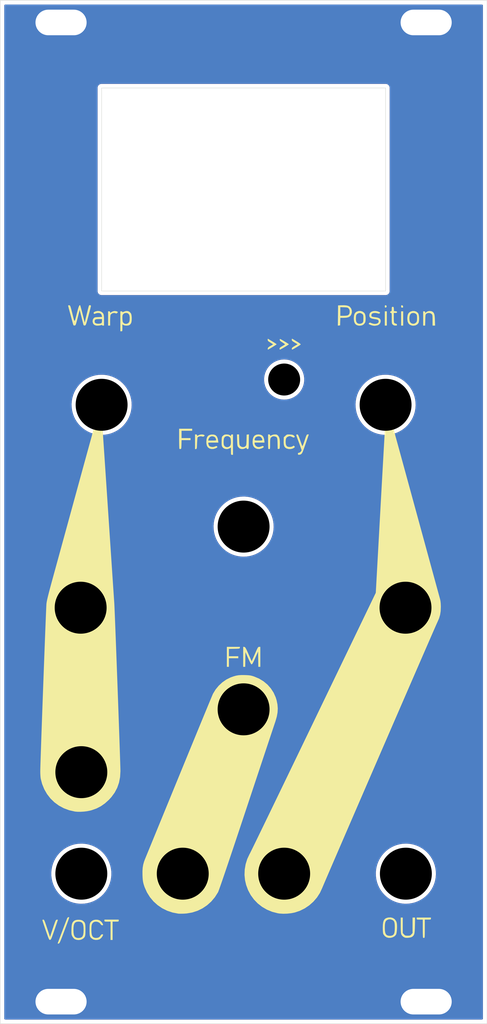
<source format=kicad_pcb>
(kicad_pcb (version 20211014) (generator pcbnew)
  (layers (0 "F.Cu" signal) (31 "B.Cu" signal) (34 "B.Paste" user) (35 "F.Paste" user) (36 "B.SilkS" user "B.Silkscreen") (37 "F.SilkS" user "F.Silkscreen") (38 "B.Mask" user) (39 "F.Mask" user) (44 "Edge.Cuts" user))
  (net 0 "")
  (net 1 "extra")
  (footprint "Perfboard:3.5mm Jack Perfboard_Hole" (layer "F.Cu") (at 129.54 154.1)
    (fp_text reference "OJ1" hide)
    (fp_text value "Input")
    (pad "" np_thru_hole circle (at 0 0.86) (size 6.5 6.5) (drill 6.5) (layers *.Mask))
  )
  (footprint "Misc:Screw_Slots" (layer "F.Cu") (at 132.08 109.72)
    (fp_text reference "REF**" hide)
    (fp_text value "Screw_Slots")
    (pad "1" thru_hole oval (at 0 -61.25) (size 7.4 4.2) (drill oval 6.4 3.2) (layers *.Cu *.Mask) (net 1 "extra"))
    (pad "1" thru_hole oval (at 0 61.25) (size 7.4 4.2) (drill oval 6.4 3.2) (layers *.Cu *.Mask) (net 1 "extra"))
  )
  (footprint "Potentiometer:Bourns_PTV09A-XF_Hole" (layer "F.Cu") (at 91.44 103.3)
    (fp_text reference "RV1" hide)
    (fp_text value "Warp_Offset_Pot")
    (pad "" np_thru_hole circle (at 0 -7) (size 6.5 6.5) (drill 6.5) (layers *.Mask))
  )
  (footprint "Potentiometer:Bourns_PTV09A-X_Hole" (layer "F.Cu") (at 109.22 141.4)
    (fp_text reference "RV4" hide)
    (fp_text value "FM_Scale_Pot")
    (pad "" np_thru_hole circle (at 0 -7) (size 6.5 6.5) (drill 6.5) (layers *.Mask))
  )
  (footprint "Potentiometer:Bourns_PTV09A-X_Hole" (layer "F.Cu") (at 129.495 128.685)
    (fp_text reference "RV6" hide)
    (fp_text value "Position_Scale_Pot")
    (pad "" np_thru_hole circle (at 0 -7) (size 6.5 6.5) (drill 6.5) (layers *.Mask))
  )
  (footprint "Misc:Screw_Slots" (layer "F.Cu") (at 86.36 109.72)
    (fp_text reference "REF**" hide)
    (fp_text value "Screw_Slots")
    (pad "1" thru_hole oval (at 0 61.25) (size 7.4 4.2) (drill oval 6.4 3.2) (layers *.Cu *.Mask) (net 1 "extra"))
    (pad "1" thru_hole oval (at 0 -61.25) (size 7.4 4.2) (drill oval 6.4 3.2) (layers *.Cu *.Mask) (net 1 "extra"))
  )
  (footprint "Perfboard:3.5mm Jack Perfboard_Hole" (layer "F.Cu") (at 114.3 154.1)
    (fp_text reference "IJ4" hide)
    (fp_text value "Input")
    (pad "" np_thru_hole circle (at 0 0.86) (size 6.5 6.5) (drill 6.5) (layers *.Mask))
  )
  (footprint "Potentiometer:Bourns_PTV09A-XF_Hole" (layer "F.Cu") (at 109.22 118.54)
    (fp_text reference "RV3" hide)
    (fp_text value "Frequency_Offset_Pot")
    (pad "" np_thru_hole circle (at 0 -7) (size 6.5 6.5) (drill 6.5) (layers *.Mask))
  )
  (footprint "Potentiometer:Bourns_PTV09A-X_Hole" (layer "F.Cu") (at 88.815 128.685)
    (fp_text reference "RV2" hide)
    (fp_text value "Warp_Scale_Pot")
    (pad "" np_thru_hole circle (at 0 -7) (size 6.5 6.5) (drill 6.5) (layers *.Mask))
  )
  (footprint "LOGO" (layer "F.Cu") (at 109.22 110.72)
    (fp_text reference "G***" hide)
    (fp_text value "LOGO" hide)
  )
  (footprint "Perfboard:3.5mm Jack Perfboard_Hole" (layer "F.Cu") (at 88.9 141.4)
    (fp_text reference "IJ1" hide)
    (fp_text value "Input")
    (pad "" np_thru_hole circle (at 0 0.86) (size 6.5 6.5) (drill 6.5) (layers *.Mask))
  )
  (footprint "Perfboard:3.5mm Jack Perfboard_Hole" (layer "F.Cu") (at 101.6 154.1)
    (fp_text reference "IJ3" hide)
    (fp_text value "Input")
    (pad "" np_thru_hole circle (at 0 0.86) (size 6.5 6.5) (drill 6.5) (layers *.Mask))
  )
  (footprint "Perfboard:3.5mm Jack Perfboard_Hole" (layer "F.Cu") (at 88.9 154.1)
    (fp_text reference "IJ2" hide)
    (fp_text value "Input")
    (pad "" np_thru_hole circle (at 0 0.86) (size 6.5 6.5) (drill 6.5) (layers *.Mask))
  )
  (footprint "Button_Switch_THT:SW_PUSH_6mm_H13mm" (layer "F.Cu") (at 111.05 90.89)
    (fp_text reference "SW1" hide)
    (fp_text value "Next_File_Button")
    (pad "" np_thru_hole circle (at 3.25 2.25) (size 4 4) (drill 4) (layers *.Mask))
  )
  (footprint "Potentiometer:Bourns_PTV09A-XF_Hole" (layer "F.Cu") (at 127 103.3)
    (fp_text reference "RV5" hide)
    (fp_text value "Position_Offset_Pot")
    (pad "" np_thru_hole circle (at 0 -7) (size 6.5 6.5) (drill 6.5) (layers *.Mask))
  )
  (gr_rect (start 91.442322 56.66449) (end 126.999967 82.065685) (layer "Edge.Cuts") (width 0.05) (fill none))
  (gr_rect (start 78.74 45.72) (end 139.7 173.72) (layer "Edge.Cuts") (width 0.05) (fill none))
  (zone (net 1) (net_name "extra") (layers F&B.Cu) (connect_pads yes (clearance 0.508)) (min_thickness 0.254) (fill yes (thermal_gap 0.508) (thermal_bridge_width 0.508))
    (polygon (pts (xy 139.7 173.736) (xy 78.74 173.736) (xy 78.74 45.72) (xy 139.7 45.72)))
  )
)
</source>
